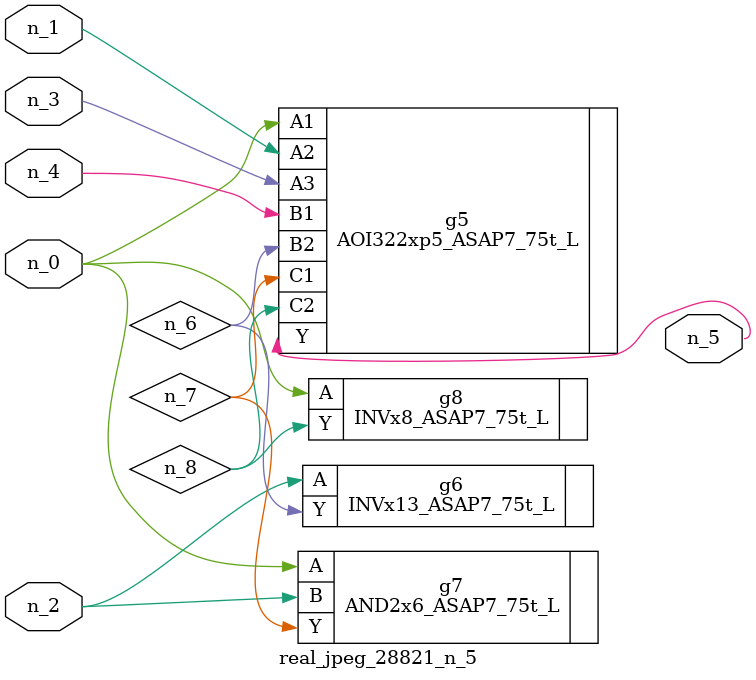
<source format=v>
module real_jpeg_28821_n_5 (n_4, n_0, n_1, n_2, n_3, n_5);

input n_4;
input n_0;
input n_1;
input n_2;
input n_3;

output n_5;

wire n_8;
wire n_6;
wire n_7;

AOI322xp5_ASAP7_75t_L g5 ( 
.A1(n_0),
.A2(n_1),
.A3(n_3),
.B1(n_4),
.B2(n_6),
.C1(n_7),
.C2(n_8),
.Y(n_5)
);

AND2x6_ASAP7_75t_L g7 ( 
.A(n_0),
.B(n_2),
.Y(n_7)
);

INVx8_ASAP7_75t_L g8 ( 
.A(n_0),
.Y(n_8)
);

INVx13_ASAP7_75t_L g6 ( 
.A(n_2),
.Y(n_6)
);


endmodule
</source>
